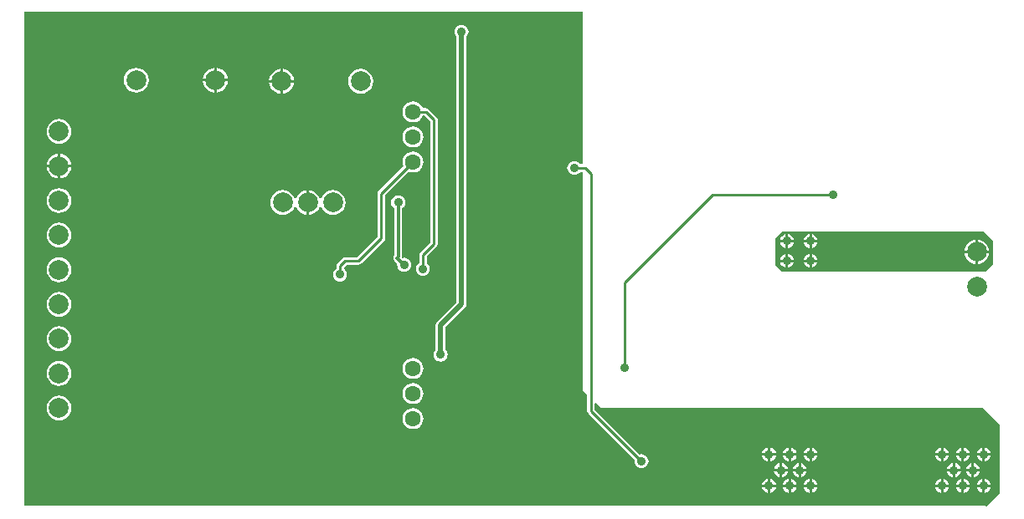
<source format=gbl>
G04 Layer_Physical_Order=2*
G04 Layer_Color=16711680*
%FSLAX25Y25*%
%MOIN*%
G70*
G01*
G75*
%ADD26C,0.01000*%
%ADD27C,0.01181*%
%ADD29C,0.01968*%
%ADD30C,0.06299*%
%ADD31C,0.07874*%
%ADD32C,0.03543*%
G36*
X320866Y234600D02*
X319643D01*
X319300Y235048D01*
X318721Y235492D01*
X318046Y235771D01*
X317323Y235866D01*
X316599Y235771D01*
X315925Y235492D01*
X315346Y235048D01*
X314902Y234469D01*
X314622Y233794D01*
X314527Y233071D01*
X314622Y232347D01*
X314902Y231673D01*
X315346Y231094D01*
X315925Y230650D01*
X316599Y230371D01*
X317323Y230275D01*
X318046Y230371D01*
X318721Y230650D01*
X319300Y231094D01*
X319643Y231541D01*
X320866D01*
Y144488D01*
X322486Y142868D01*
Y136221D01*
X322603Y135635D01*
X322934Y135139D01*
X341372Y116701D01*
X341299Y116142D01*
X341394Y115418D01*
X341673Y114744D01*
X342118Y114165D01*
X342697Y113721D01*
X343371Y113441D01*
X344094Y113346D01*
X344818Y113441D01*
X345492Y113721D01*
X346071Y114165D01*
X346515Y114744D01*
X346795Y115418D01*
X346890Y116142D01*
X346795Y116865D01*
X346515Y117540D01*
X346071Y118119D01*
X345492Y118563D01*
X344818Y118842D01*
X344094Y118937D01*
X343535Y118864D01*
X325545Y136854D01*
Y139156D01*
X326007Y139347D01*
X327953Y137401D01*
X398031Y137402D01*
X479921Y137401D01*
X486614Y130709D01*
Y103150D01*
X481496Y98032D01*
X481102Y98425D01*
X396850D01*
X98425Y98425D01*
Y295276D01*
X320866D01*
Y234600D01*
D02*
G37*
G36*
X484055Y203937D02*
X484055Y194882D01*
X480905Y191732D01*
X400197Y191732D01*
X397441Y194488D01*
X397441Y205118D01*
X400197Y207874D01*
X480118D01*
X484055Y203937D01*
D02*
G37*
%LPC*%
G36*
X476484Y115328D02*
Y113098D01*
X478714D01*
X478685Y113322D01*
X478405Y113996D01*
X477961Y114575D01*
X477382Y115020D01*
X476708Y115299D01*
X476484Y115328D01*
D02*
G37*
G36*
X475484D02*
X475261Y115299D01*
X474586Y115020D01*
X474008Y114575D01*
X473563Y113996D01*
X473284Y113322D01*
X473254Y113098D01*
X475484D01*
Y115328D01*
D02*
G37*
G36*
X394382Y118398D02*
X392152D01*
X392182Y118174D01*
X392461Y117500D01*
X392905Y116921D01*
X393484Y116477D01*
X394158Y116197D01*
X394382Y116168D01*
Y118398D01*
D02*
G37*
G36*
X397612D02*
X395382D01*
Y116168D01*
X395605Y116197D01*
X396280Y116477D01*
X396859Y116921D01*
X397303Y117500D01*
X397582Y118174D01*
X397612Y118398D01*
D02*
G37*
G36*
X402650D02*
X400420D01*
X400449Y118174D01*
X400729Y117500D01*
X401173Y116921D01*
X401752Y116477D01*
X402426Y116197D01*
X402650Y116168D01*
Y118398D01*
D02*
G37*
G36*
X469004Y115328D02*
Y113098D01*
X471234D01*
X471204Y113322D01*
X470925Y113996D01*
X470481Y114575D01*
X469902Y115020D01*
X469228Y115299D01*
X469004Y115328D01*
D02*
G37*
G36*
X399106D02*
X398883Y115299D01*
X398208Y115020D01*
X397629Y114575D01*
X397185Y113996D01*
X396906Y113322D01*
X396877Y113098D01*
X399106D01*
Y115328D01*
D02*
G37*
G36*
X478714Y112098D02*
X476484D01*
Y109869D01*
X476708Y109898D01*
X477382Y110177D01*
X477961Y110622D01*
X478405Y111201D01*
X478685Y111875D01*
X478714Y112098D01*
D02*
G37*
G36*
X475484D02*
X473254D01*
X473284Y111875D01*
X473563Y111201D01*
X474008Y110622D01*
X474586Y110177D01*
X475261Y109898D01*
X475484Y109869D01*
Y112098D01*
D02*
G37*
G36*
X400106Y115328D02*
Y113098D01*
X402336D01*
X402307Y113322D01*
X402027Y113996D01*
X401583Y114575D01*
X401004Y115020D01*
X400330Y115299D01*
X400106Y115328D01*
D02*
G37*
G36*
X468004D02*
X467780Y115299D01*
X467106Y115020D01*
X466527Y114575D01*
X466083Y113996D01*
X465804Y113322D01*
X465774Y113098D01*
X468004D01*
Y115328D01*
D02*
G37*
G36*
X407587D02*
Y113098D01*
X409816D01*
X409787Y113322D01*
X409508Y113996D01*
X409063Y114575D01*
X408484Y115020D01*
X407810Y115299D01*
X407587Y115328D01*
D02*
G37*
G36*
X406587D02*
X406363Y115299D01*
X405689Y115020D01*
X405110Y114575D01*
X404666Y113996D01*
X404386Y113322D01*
X404357Y113098D01*
X406587D01*
Y115328D01*
D02*
G37*
G36*
X405879Y118398D02*
X403650D01*
Y116168D01*
X403873Y116197D01*
X404547Y116477D01*
X405126Y116921D01*
X405571Y117500D01*
X405850Y118174D01*
X405879Y118398D01*
D02*
G37*
G36*
X395382Y121627D02*
Y119398D01*
X397612D01*
X397582Y119621D01*
X397303Y120295D01*
X396859Y120874D01*
X396280Y121319D01*
X395605Y121598D01*
X395382Y121627D01*
D02*
G37*
G36*
X394382D02*
X394158Y121598D01*
X393484Y121319D01*
X392905Y120874D01*
X392461Y120295D01*
X392182Y119621D01*
X392152Y119398D01*
X394382D01*
Y121627D01*
D02*
G37*
G36*
X483045Y118398D02*
X480815D01*
Y116168D01*
X481039Y116197D01*
X481713Y116477D01*
X482292Y116921D01*
X482736Y117500D01*
X483015Y118174D01*
X483045Y118398D01*
D02*
G37*
G36*
X402650Y121627D02*
X402426Y121598D01*
X401752Y121319D01*
X401173Y120874D01*
X400729Y120295D01*
X400449Y119621D01*
X400420Y119398D01*
X402650D01*
Y121627D01*
D02*
G37*
G36*
X411917D02*
Y119398D01*
X414147D01*
X414118Y119621D01*
X413838Y120295D01*
X413394Y120874D01*
X412815Y121319D01*
X412141Y121598D01*
X411917Y121627D01*
D02*
G37*
G36*
X410917D02*
X410694Y121598D01*
X410019Y121319D01*
X409441Y120874D01*
X408996Y120295D01*
X408717Y119621D01*
X408688Y119398D01*
X410917D01*
Y121627D01*
D02*
G37*
G36*
X403650D02*
Y119398D01*
X405879D01*
X405850Y119621D01*
X405571Y120295D01*
X405126Y120874D01*
X404547Y121319D01*
X403873Y121598D01*
X403650Y121627D01*
D02*
G37*
G36*
X463279Y118398D02*
X461050D01*
X461079Y118174D01*
X461358Y117500D01*
X461803Y116921D01*
X462382Y116477D01*
X463056Y116197D01*
X463279Y116168D01*
Y118398D01*
D02*
G37*
G36*
X414147D02*
X411917D01*
Y116168D01*
X412141Y116197D01*
X412815Y116477D01*
X413394Y116921D01*
X413838Y117500D01*
X414118Y118174D01*
X414147Y118398D01*
D02*
G37*
G36*
X410917D02*
X408688D01*
X408717Y118174D01*
X408996Y117500D01*
X409441Y116921D01*
X410019Y116477D01*
X410694Y116197D01*
X410917Y116168D01*
Y118398D01*
D02*
G37*
G36*
X466509D02*
X464280D01*
Y116168D01*
X464503Y116197D01*
X465177Y116477D01*
X465756Y116921D01*
X466201Y117500D01*
X466480Y118174D01*
X466509Y118398D01*
D02*
G37*
G36*
X479815D02*
X477585D01*
X477615Y118174D01*
X477894Y117500D01*
X478338Y116921D01*
X478917Y116477D01*
X479591Y116197D01*
X479815Y116168D01*
Y118398D01*
D02*
G37*
G36*
X474777D02*
X472547D01*
Y116168D01*
X472771Y116197D01*
X473445Y116477D01*
X474024Y116921D01*
X474468Y117500D01*
X474748Y118174D01*
X474777Y118398D01*
D02*
G37*
G36*
X471547D02*
X469317D01*
X469347Y118174D01*
X469626Y117500D01*
X470071Y116921D01*
X470649Y116477D01*
X471324Y116197D01*
X471547Y116168D01*
Y118398D01*
D02*
G37*
G36*
X471234Y112098D02*
X469004D01*
Y109869D01*
X469228Y109898D01*
X469902Y110177D01*
X470481Y110622D01*
X470925Y111201D01*
X471204Y111875D01*
X471234Y112098D01*
D02*
G37*
G36*
X474777Y105799D02*
X472547D01*
Y103569D01*
X472771Y103599D01*
X473445Y103878D01*
X474024Y104322D01*
X474468Y104901D01*
X474748Y105576D01*
X474777Y105799D01*
D02*
G37*
G36*
X471547D02*
X469317D01*
X469347Y105576D01*
X469626Y104901D01*
X470071Y104322D01*
X470649Y103878D01*
X471324Y103599D01*
X471547Y103569D01*
Y105799D01*
D02*
G37*
G36*
X466509D02*
X464280D01*
Y103569D01*
X464503Y103599D01*
X465177Y103878D01*
X465756Y104322D01*
X466201Y104901D01*
X466480Y105576D01*
X466509Y105799D01*
D02*
G37*
G36*
X479815D02*
X477585D01*
X477615Y105576D01*
X477894Y104901D01*
X478338Y104322D01*
X478917Y103878D01*
X479591Y103599D01*
X479815Y103569D01*
Y105799D01*
D02*
G37*
G36*
X395382Y109029D02*
Y106799D01*
X397612D01*
X397582Y107023D01*
X397303Y107697D01*
X396859Y108276D01*
X396280Y108720D01*
X395605Y109000D01*
X395382Y109029D01*
D02*
G37*
G36*
X394382D02*
X394158Y109000D01*
X393484Y108720D01*
X392905Y108276D01*
X392461Y107697D01*
X392182Y107023D01*
X392152Y106799D01*
X394382D01*
Y109029D01*
D02*
G37*
G36*
X483045Y105799D02*
X480815D01*
Y103569D01*
X481039Y103599D01*
X481713Y103878D01*
X482292Y104322D01*
X482736Y104901D01*
X483015Y105576D01*
X483045Y105799D01*
D02*
G37*
G36*
X402650D02*
X400420D01*
X400449Y105576D01*
X400729Y104901D01*
X401173Y104322D01*
X401752Y103878D01*
X402426Y103599D01*
X402650Y103569D01*
Y105799D01*
D02*
G37*
G36*
X397612D02*
X395382D01*
Y103569D01*
X395605Y103599D01*
X396280Y103878D01*
X396859Y104322D01*
X397303Y104901D01*
X397582Y105576D01*
X397612Y105799D01*
D02*
G37*
G36*
X394382D02*
X392152D01*
X392182Y105576D01*
X392461Y104901D01*
X392905Y104322D01*
X393484Y103878D01*
X394158Y103599D01*
X394382Y103569D01*
Y105799D01*
D02*
G37*
G36*
X405879D02*
X403650D01*
Y103569D01*
X403873Y103599D01*
X404547Y103878D01*
X405126Y104322D01*
X405571Y104901D01*
X405850Y105576D01*
X405879Y105799D01*
D02*
G37*
G36*
X463279D02*
X461050D01*
X461079Y105576D01*
X461358Y104901D01*
X461803Y104322D01*
X462382Y103878D01*
X463056Y103599D01*
X463279Y103569D01*
Y105799D01*
D02*
G37*
G36*
X414147D02*
X411917D01*
Y103569D01*
X412141Y103599D01*
X412815Y103878D01*
X413394Y104322D01*
X413838Y104901D01*
X414118Y105576D01*
X414147Y105799D01*
D02*
G37*
G36*
X410917D02*
X408688D01*
X408717Y105576D01*
X408996Y104901D01*
X409441Y104322D01*
X410019Y103878D01*
X410694Y103599D01*
X410917Y103569D01*
Y105799D01*
D02*
G37*
G36*
X402650Y109029D02*
X402426Y109000D01*
X401752Y108720D01*
X401173Y108276D01*
X400729Y107697D01*
X400449Y107023D01*
X400420Y106799D01*
X402650D01*
Y109029D01*
D02*
G37*
G36*
X399106Y112098D02*
X396877D01*
X396906Y111875D01*
X397185Y111201D01*
X397629Y110622D01*
X398208Y110177D01*
X398883Y109898D01*
X399106Y109869D01*
Y112098D01*
D02*
G37*
G36*
X480815Y109029D02*
Y106799D01*
X483045D01*
X483015Y107023D01*
X482736Y107697D01*
X482292Y108276D01*
X481713Y108720D01*
X481039Y109000D01*
X480815Y109029D01*
D02*
G37*
G36*
X479815D02*
X479591Y109000D01*
X478917Y108720D01*
X478338Y108276D01*
X477894Y107697D01*
X477615Y107023D01*
X477585Y106799D01*
X479815D01*
Y109029D01*
D02*
G37*
G36*
X402336Y112098D02*
X400106D01*
Y109869D01*
X400330Y109898D01*
X401004Y110177D01*
X401583Y110622D01*
X402027Y111201D01*
X402307Y111875D01*
X402336Y112098D01*
D02*
G37*
G36*
X468004D02*
X465774D01*
X465804Y111875D01*
X466083Y111201D01*
X466527Y110622D01*
X467106Y110177D01*
X467780Y109898D01*
X468004Y109869D01*
Y112098D01*
D02*
G37*
G36*
X409816D02*
X407587D01*
Y109869D01*
X407810Y109898D01*
X408484Y110177D01*
X409063Y110622D01*
X409508Y111201D01*
X409787Y111875D01*
X409816Y112098D01*
D02*
G37*
G36*
X406587D02*
X404357D01*
X404386Y111875D01*
X404666Y111201D01*
X405110Y110622D01*
X405689Y110177D01*
X406363Y109898D01*
X406587Y109869D01*
Y112098D01*
D02*
G37*
G36*
X411917Y109029D02*
Y106799D01*
X414147D01*
X414118Y107023D01*
X413838Y107697D01*
X413394Y108276D01*
X412815Y108720D01*
X412141Y109000D01*
X411917Y109029D01*
D02*
G37*
G36*
X410917D02*
X410694Y109000D01*
X410019Y108720D01*
X409441Y108276D01*
X408996Y107697D01*
X408717Y107023D01*
X408688Y106799D01*
X410917D01*
Y109029D01*
D02*
G37*
G36*
X403650D02*
Y106799D01*
X405879D01*
X405850Y107023D01*
X405571Y107697D01*
X405126Y108276D01*
X404547Y108720D01*
X403873Y109000D01*
X403650Y109029D01*
D02*
G37*
G36*
X463279D02*
X463056Y109000D01*
X462382Y108720D01*
X461803Y108276D01*
X461358Y107697D01*
X461079Y107023D01*
X461050Y106799D01*
X463279D01*
Y109029D01*
D02*
G37*
G36*
X472547D02*
Y106799D01*
X474777D01*
X474748Y107023D01*
X474468Y107697D01*
X474024Y108276D01*
X473445Y108720D01*
X472771Y109000D01*
X472547Y109029D01*
D02*
G37*
G36*
X471547D02*
X471324Y109000D01*
X470649Y108720D01*
X470071Y108276D01*
X469626Y107697D01*
X469347Y107023D01*
X469317Y106799D01*
X471547D01*
Y109029D01*
D02*
G37*
G36*
X464280D02*
Y106799D01*
X466509D01*
X466480Y107023D01*
X466201Y107697D01*
X465756Y108276D01*
X465177Y108720D01*
X464503Y109000D01*
X464280Y109029D01*
D02*
G37*
G36*
X201260Y224271D02*
X199971Y224101D01*
X198770Y223604D01*
X197739Y222813D01*
X196947Y221781D01*
X196450Y220580D01*
X196280Y219291D01*
X196450Y218003D01*
X196947Y216802D01*
X197739Y215770D01*
X198770Y214979D01*
X199971Y214481D01*
X201260Y214312D01*
X202549Y214481D01*
X203750Y214979D01*
X204781Y215770D01*
X205572Y216802D01*
X205989Y217808D01*
X206530D01*
X206947Y216802D01*
X207739Y215770D01*
X208770Y214979D01*
X209971Y214481D01*
X210760Y214378D01*
Y219291D01*
Y224205D01*
X209971Y224101D01*
X208770Y223604D01*
X207739Y222813D01*
X206947Y221781D01*
X206530Y220775D01*
X205989D01*
X205572Y221781D01*
X204781Y222813D01*
X203750Y223604D01*
X202549Y224101D01*
X201260Y224271D01*
D02*
G37*
G36*
X112205Y225058D02*
X110916Y224889D01*
X109715Y224391D01*
X108684Y223600D01*
X107892Y222568D01*
X107395Y221368D01*
X107225Y220079D01*
X107395Y218790D01*
X107892Y217589D01*
X108684Y216558D01*
X109715Y215766D01*
X110916Y215269D01*
X112205Y215099D01*
X113494Y215269D01*
X114694Y215766D01*
X115726Y216558D01*
X116517Y217589D01*
X117015Y218790D01*
X117184Y220079D01*
X117015Y221368D01*
X116517Y222568D01*
X115726Y223600D01*
X114694Y224391D01*
X113494Y224889D01*
X112205Y225058D01*
D02*
G37*
G36*
X111705Y233358D02*
X107291D01*
X107395Y232570D01*
X107892Y231368D01*
X108684Y230337D01*
X109715Y229546D01*
X110916Y229048D01*
X111705Y228944D01*
Y233358D01*
D02*
G37*
G36*
X117119D02*
X112705D01*
Y228944D01*
X113494Y229048D01*
X114694Y229546D01*
X115726Y230337D01*
X116517Y231368D01*
X117015Y232570D01*
X117119Y233358D01*
D02*
G37*
G36*
X221260Y224271D02*
X219971Y224101D01*
X218770Y223604D01*
X217739Y222813D01*
X216947Y221781D01*
X216530Y220775D01*
X215989D01*
X215572Y221781D01*
X214781Y222813D01*
X213750Y223604D01*
X212549Y224101D01*
X211760Y224205D01*
Y219291D01*
Y214378D01*
X212549Y214481D01*
X213750Y214979D01*
X214781Y215770D01*
X215572Y216802D01*
X215989Y217808D01*
X216530D01*
X216947Y216802D01*
X217739Y215770D01*
X218770Y214979D01*
X219971Y214481D01*
X221260Y214312D01*
X222549Y214481D01*
X223750Y214979D01*
X224781Y215770D01*
X225572Y216802D01*
X226070Y218003D01*
X226239Y219291D01*
X226070Y220580D01*
X225572Y221781D01*
X224781Y222813D01*
X223750Y223604D01*
X222549Y224101D01*
X221260Y224271D01*
D02*
G37*
G36*
X112205Y211279D02*
X110916Y211109D01*
X109715Y210612D01*
X108684Y209820D01*
X107892Y208789D01*
X107395Y207588D01*
X107225Y206299D01*
X107395Y205010D01*
X107892Y203809D01*
X108684Y202778D01*
X109715Y201987D01*
X110916Y201489D01*
X112205Y201320D01*
X113494Y201489D01*
X114694Y201987D01*
X115726Y202778D01*
X116517Y203809D01*
X117015Y205010D01*
X117184Y206299D01*
X117015Y207588D01*
X116517Y208789D01*
X115726Y209820D01*
X114694Y210612D01*
X113494Y211109D01*
X112205Y211279D01*
D02*
G37*
G36*
X253151Y239697D02*
X252067Y239555D01*
X251058Y239137D01*
X250191Y238471D01*
X249526Y237604D01*
X249108Y236595D01*
X248965Y235512D01*
X249108Y234429D01*
X249341Y233865D01*
X239470Y223994D01*
X239138Y223498D01*
X239022Y222912D01*
Y205752D01*
X230863Y197592D01*
X225984D01*
X225399Y197476D01*
X224903Y197144D01*
X223003Y195245D01*
X222672Y194749D01*
X222555Y194163D01*
Y192940D01*
X222108Y192597D01*
X221664Y192018D01*
X221384Y191344D01*
X221289Y190620D01*
X221384Y189897D01*
X221664Y189222D01*
X222108Y188643D01*
X222687Y188199D01*
X223361Y187920D01*
X224085Y187824D01*
X224808Y187920D01*
X225482Y188199D01*
X226061Y188643D01*
X226506Y189222D01*
X226785Y189897D01*
X226880Y190620D01*
X226785Y191344D01*
X226506Y192018D01*
X226061Y192597D01*
X225614Y192940D01*
Y193530D01*
X226618Y194534D01*
X231496D01*
X232081Y194650D01*
X232577Y194982D01*
X241633Y204037D01*
X241964Y204533D01*
X242081Y205118D01*
Y222279D01*
X251504Y231702D01*
X252067Y231469D01*
X253151Y231326D01*
X254234Y231469D01*
X255243Y231887D01*
X256110Y232552D01*
X256775Y233419D01*
X257193Y234429D01*
X257336Y235512D01*
X257193Y236595D01*
X256775Y237604D01*
X256110Y238471D01*
X255243Y239137D01*
X254234Y239555D01*
X253151Y239697D01*
D02*
G37*
G36*
X179323Y267610D02*
X174909D01*
Y263196D01*
X175698Y263300D01*
X176899Y263798D01*
X177931Y264589D01*
X178722Y265620D01*
X179219Y266821D01*
X179323Y267610D01*
D02*
G37*
G36*
X173909D02*
X169496D01*
X169599Y266821D01*
X170097Y265620D01*
X170888Y264589D01*
X171920Y263798D01*
X173121Y263300D01*
X173909Y263196D01*
Y267610D01*
D02*
G37*
G36*
X142913Y273090D02*
X141625Y272920D01*
X140424Y272423D01*
X139392Y271631D01*
X138601Y270600D01*
X138103Y269399D01*
X137934Y268110D01*
X138103Y266821D01*
X138601Y265620D01*
X139392Y264589D01*
X140424Y263798D01*
X141625Y263300D01*
X142913Y263131D01*
X144202Y263300D01*
X145403Y263798D01*
X146434Y264589D01*
X147226Y265620D01*
X147723Y266821D01*
X147893Y268110D01*
X147723Y269399D01*
X147226Y270600D01*
X146434Y271631D01*
X145403Y272423D01*
X144202Y272920D01*
X142913Y273090D01*
D02*
G37*
G36*
X200287Y272630D02*
X199499Y272527D01*
X198298Y272029D01*
X197266Y271238D01*
X196475Y270206D01*
X195977Y269005D01*
X195874Y268216D01*
X200287D01*
Y272630D01*
D02*
G37*
G36*
X174909Y273024D02*
Y268610D01*
X179323D01*
X179219Y269399D01*
X178722Y270600D01*
X177931Y271631D01*
X176899Y272423D01*
X175698Y272920D01*
X174909Y273024D01*
D02*
G37*
G36*
X173909D02*
X173121Y272920D01*
X171920Y272423D01*
X170888Y271631D01*
X170097Y270600D01*
X169599Y269399D01*
X169496Y268610D01*
X173909D01*
Y273024D01*
D02*
G37*
G36*
X201287Y272630D02*
Y268216D01*
X205701D01*
X205597Y269005D01*
X205100Y270206D01*
X204309Y271238D01*
X203277Y272029D01*
X202076Y272527D01*
X201287Y272630D01*
D02*
G37*
G36*
X253151Y249697D02*
X252067Y249555D01*
X251058Y249136D01*
X250191Y248471D01*
X249526Y247604D01*
X249108Y246595D01*
X248965Y245512D01*
X249108Y244428D01*
X249526Y243419D01*
X250191Y242552D01*
X251058Y241887D01*
X252067Y241469D01*
X253151Y241326D01*
X254234Y241469D01*
X255243Y241887D01*
X256110Y242552D01*
X256775Y243419D01*
X257193Y244428D01*
X257336Y245512D01*
X257193Y246595D01*
X256775Y247604D01*
X256110Y248471D01*
X255243Y249136D01*
X254234Y249555D01*
X253151Y249697D01*
D02*
G37*
G36*
X112705Y238772D02*
Y234358D01*
X117119D01*
X117015Y235147D01*
X116517Y236348D01*
X115726Y237379D01*
X114694Y238171D01*
X113494Y238668D01*
X112705Y238772D01*
D02*
G37*
G36*
X111705D02*
X110916Y238668D01*
X109715Y238171D01*
X108684Y237379D01*
X107892Y236348D01*
X107395Y235147D01*
X107291Y234358D01*
X111705D01*
Y238772D01*
D02*
G37*
G36*
X112205Y252617D02*
X110916Y252448D01*
X109715Y251950D01*
X108684Y251159D01*
X107892Y250128D01*
X107395Y248927D01*
X107225Y247638D01*
X107395Y246349D01*
X107892Y245148D01*
X108684Y244117D01*
X109715Y243325D01*
X110916Y242828D01*
X112205Y242658D01*
X113494Y242828D01*
X114694Y243325D01*
X115726Y244117D01*
X116517Y245148D01*
X117015Y246349D01*
X117184Y247638D01*
X117015Y248927D01*
X116517Y250128D01*
X115726Y251159D01*
X114694Y251950D01*
X113494Y252448D01*
X112205Y252617D01*
D02*
G37*
G36*
X205701Y267216D02*
X201287D01*
Y262803D01*
X202076Y262907D01*
X203277Y263404D01*
X204309Y264195D01*
X205100Y265227D01*
X205597Y266428D01*
X205701Y267216D01*
D02*
G37*
G36*
X200287D02*
X195874D01*
X195977Y266428D01*
X196475Y265227D01*
X197266Y264195D01*
X198298Y263404D01*
X199499Y262907D01*
X200287Y262803D01*
Y267216D01*
D02*
G37*
G36*
X232283Y272696D02*
X230995Y272527D01*
X229794Y272029D01*
X228762Y271238D01*
X227971Y270206D01*
X227473Y269005D01*
X227304Y267717D01*
X227473Y266428D01*
X227971Y265227D01*
X228762Y264195D01*
X229794Y263404D01*
X230995Y262907D01*
X232283Y262737D01*
X233572Y262907D01*
X234773Y263404D01*
X235805Y264195D01*
X236596Y265227D01*
X237093Y266428D01*
X237263Y267717D01*
X237093Y269005D01*
X236596Y270206D01*
X235805Y271238D01*
X234773Y272029D01*
X233572Y272527D01*
X232283Y272696D01*
D02*
G37*
G36*
X112205Y156117D02*
X110916Y155948D01*
X109715Y155450D01*
X108684Y154659D01*
X107892Y153628D01*
X107395Y152427D01*
X107225Y151138D01*
X107395Y149849D01*
X107892Y148648D01*
X108684Y147617D01*
X109715Y146825D01*
X110916Y146328D01*
X112205Y146158D01*
X113494Y146328D01*
X114694Y146825D01*
X115726Y147617D01*
X116517Y148648D01*
X117015Y149849D01*
X117184Y151138D01*
X117015Y152427D01*
X116517Y153628D01*
X115726Y154659D01*
X114694Y155450D01*
X113494Y155948D01*
X112205Y156117D01*
D02*
G37*
G36*
X253150Y147335D02*
X252066Y147192D01*
X251057Y146774D01*
X250190Y146109D01*
X249525Y145242D01*
X249107Y144233D01*
X248964Y143150D01*
X249107Y142066D01*
X249525Y141057D01*
X250190Y140190D01*
X251057Y139525D01*
X252066Y139107D01*
X253150Y138964D01*
X254233Y139107D01*
X255242Y139525D01*
X256109Y140190D01*
X256774Y141057D01*
X257192Y142066D01*
X257335Y143150D01*
X257192Y144233D01*
X256774Y145242D01*
X256109Y146109D01*
X255242Y146774D01*
X254233Y147192D01*
X253150Y147335D01*
D02*
G37*
G36*
X112205Y142381D02*
X110916Y142211D01*
X109715Y141714D01*
X108684Y140923D01*
X107892Y139891D01*
X107395Y138690D01*
X107225Y137402D01*
X107395Y136113D01*
X107892Y134912D01*
X108684Y133880D01*
X109715Y133089D01*
X110916Y132592D01*
X112205Y132422D01*
X113494Y132592D01*
X114694Y133089D01*
X115726Y133880D01*
X116517Y134912D01*
X117015Y136113D01*
X117184Y137402D01*
X117015Y138690D01*
X116517Y139891D01*
X115726Y140923D01*
X114694Y141714D01*
X113494Y142211D01*
X112205Y142381D01*
D02*
G37*
G36*
X253150Y157335D02*
X252066Y157192D01*
X251057Y156774D01*
X250190Y156109D01*
X249525Y155242D01*
X249107Y154233D01*
X248964Y153150D01*
X249107Y152066D01*
X249525Y151057D01*
X250190Y150190D01*
X251057Y149525D01*
X252066Y149107D01*
X253150Y148964D01*
X254233Y149107D01*
X255242Y149525D01*
X256109Y150190D01*
X256774Y151057D01*
X257192Y152066D01*
X257335Y153150D01*
X257192Y154233D01*
X256774Y155242D01*
X256109Y156109D01*
X255242Y156774D01*
X254233Y157192D01*
X253150Y157335D01*
D02*
G37*
G36*
X112205Y183720D02*
X110916Y183550D01*
X109715Y183053D01*
X108684Y182261D01*
X107892Y181230D01*
X107395Y180029D01*
X107225Y178740D01*
X107395Y177451D01*
X107892Y176250D01*
X108684Y175219D01*
X109715Y174428D01*
X110916Y173930D01*
X112205Y173760D01*
X113494Y173930D01*
X114694Y174428D01*
X115726Y175219D01*
X116517Y176250D01*
X117015Y177451D01*
X117184Y178740D01*
X117015Y180029D01*
X116517Y181230D01*
X115726Y182261D01*
X114694Y183053D01*
X113494Y183550D01*
X112205Y183720D01*
D02*
G37*
G36*
Y169940D02*
X110916Y169771D01*
X109715Y169273D01*
X108684Y168482D01*
X107892Y167450D01*
X107395Y166249D01*
X107225Y164961D01*
X107395Y163672D01*
X107892Y162471D01*
X108684Y161440D01*
X109715Y160648D01*
X110916Y160151D01*
X112205Y159981D01*
X113494Y160151D01*
X114694Y160648D01*
X115726Y161440D01*
X116517Y162471D01*
X117015Y163672D01*
X117184Y164961D01*
X117015Y166249D01*
X116517Y167450D01*
X115726Y168482D01*
X114694Y169273D01*
X113494Y169771D01*
X112205Y169940D01*
D02*
G37*
G36*
X272441Y290197D02*
X271717Y290102D01*
X271043Y289823D01*
X270464Y289378D01*
X270020Y288799D01*
X269741Y288125D01*
X269645Y287402D01*
X269741Y286678D01*
X270020Y286004D01*
X270418Y285485D01*
Y179578D01*
X262743Y171903D01*
X262304Y171247D01*
X262150Y170473D01*
Y160578D01*
X261752Y160059D01*
X261473Y159385D01*
X261378Y158661D01*
X261473Y157938D01*
X261752Y157264D01*
X262196Y156685D01*
X262775Y156240D01*
X263450Y155961D01*
X264173Y155866D01*
X264897Y155961D01*
X265571Y156240D01*
X266150Y156685D01*
X266594Y157264D01*
X266874Y157938D01*
X266969Y158661D01*
X266874Y159385D01*
X266594Y160059D01*
X266196Y160578D01*
Y169634D01*
X273871Y177310D01*
X274310Y177966D01*
X274464Y178740D01*
Y285485D01*
X274862Y286004D01*
X275141Y286678D01*
X275237Y287402D01*
X275141Y288125D01*
X274862Y288799D01*
X274418Y289378D01*
X273839Y289823D01*
X273165Y290102D01*
X272441Y290197D01*
D02*
G37*
G36*
X471547Y121627D02*
X471324Y121598D01*
X470649Y121319D01*
X470071Y120874D01*
X469626Y120295D01*
X469347Y119621D01*
X469317Y119398D01*
X471547D01*
Y121627D01*
D02*
G37*
G36*
X464280D02*
Y119398D01*
X466509D01*
X466480Y119621D01*
X466201Y120295D01*
X465756Y120874D01*
X465177Y121319D01*
X464503Y121598D01*
X464280Y121627D01*
D02*
G37*
G36*
X463279D02*
X463056Y121598D01*
X462382Y121319D01*
X461803Y120874D01*
X461358Y120295D01*
X461079Y119621D01*
X461050Y119398D01*
X463279D01*
Y121627D01*
D02*
G37*
G36*
X472547D02*
Y119398D01*
X474777D01*
X474748Y119621D01*
X474468Y120295D01*
X474024Y120874D01*
X473445Y121319D01*
X472771Y121598D01*
X472547Y121627D01*
D02*
G37*
G36*
X253150Y137335D02*
X252066Y137192D01*
X251057Y136774D01*
X250190Y136109D01*
X249525Y135242D01*
X249107Y134233D01*
X248964Y133150D01*
X249107Y132066D01*
X249525Y131057D01*
X250190Y130190D01*
X251057Y129525D01*
X252066Y129107D01*
X253150Y128964D01*
X254233Y129107D01*
X255242Y129525D01*
X256109Y130190D01*
X256774Y131057D01*
X257192Y132066D01*
X257335Y133150D01*
X257192Y134233D01*
X256774Y135242D01*
X256109Y136109D01*
X255242Y136774D01*
X254233Y137192D01*
X253150Y137335D01*
D02*
G37*
G36*
X480815Y121627D02*
Y119398D01*
X483045D01*
X483015Y119621D01*
X482736Y120295D01*
X482292Y120874D01*
X481713Y121319D01*
X481039Y121598D01*
X480815Y121627D01*
D02*
G37*
G36*
X479815D02*
X479591Y121598D01*
X478917Y121319D01*
X478338Y120874D01*
X477894Y120295D01*
X477615Y119621D01*
X477585Y119398D01*
X479815D01*
Y121627D01*
D02*
G37*
G36*
X112205Y197499D02*
X110916Y197330D01*
X109715Y196832D01*
X108684Y196041D01*
X107892Y195010D01*
X107395Y193808D01*
X107225Y192520D01*
X107395Y191231D01*
X107892Y190030D01*
X108684Y188999D01*
X109715Y188207D01*
X110916Y187710D01*
X112205Y187540D01*
X113494Y187710D01*
X114694Y188207D01*
X115726Y188999D01*
X116517Y190030D01*
X117015Y191231D01*
X117184Y192520D01*
X117015Y193808D01*
X116517Y195010D01*
X115726Y196041D01*
X114694Y196832D01*
X113494Y197330D01*
X112205Y197499D01*
D02*
G37*
G36*
X247244Y222087D02*
X246520Y221992D01*
X245846Y221712D01*
X245267Y221268D01*
X244823Y220689D01*
X244544Y220015D01*
X244448Y219291D01*
X244544Y218568D01*
X244823Y217894D01*
X245267Y217315D01*
X245622Y217042D01*
Y198269D01*
X245352Y197865D01*
X245229Y197244D01*
X245352Y196624D01*
X245704Y196097D01*
X246869Y194932D01*
X246811Y194488D01*
X246906Y193765D01*
X247185Y193090D01*
X247629Y192511D01*
X248208Y192067D01*
X248883Y191788D01*
X249606Y191693D01*
X250330Y191788D01*
X251004Y192067D01*
X251583Y192511D01*
X252027Y193090D01*
X252307Y193765D01*
X252402Y194488D01*
X252307Y195212D01*
X252027Y195886D01*
X251583Y196465D01*
X251004Y196909D01*
X250330Y197188D01*
X249606Y197284D01*
X249194Y197229D01*
X248854Y197581D01*
X248866Y197638D01*
Y217042D01*
X249221Y217315D01*
X249665Y217894D01*
X249944Y218568D01*
X250040Y219291D01*
X249944Y220015D01*
X249665Y220689D01*
X249221Y221268D01*
X248642Y221712D01*
X247968Y221992D01*
X247244Y222087D01*
D02*
G37*
G36*
X253151Y259697D02*
X252067Y259555D01*
X251058Y259137D01*
X250191Y258471D01*
X249526Y257605D01*
X249108Y256595D01*
X248965Y255512D01*
X249108Y254429D01*
X249526Y253419D01*
X250191Y252552D01*
X251058Y251887D01*
X252067Y251469D01*
X253151Y251326D01*
X254234Y251469D01*
X255243Y251887D01*
X256110Y252552D01*
X256775Y253419D01*
X257009Y253982D01*
X257634D01*
X259888Y251729D01*
Y203389D01*
X256005Y199507D01*
X255674Y199011D01*
X255557Y198425D01*
Y195233D01*
X255110Y194890D01*
X254666Y194311D01*
X254386Y193637D01*
X254291Y192913D01*
X254386Y192190D01*
X254666Y191516D01*
X255110Y190937D01*
X255689Y190492D01*
X256363Y190213D01*
X257087Y190118D01*
X257810Y190213D01*
X258484Y190492D01*
X259063Y190937D01*
X259508Y191516D01*
X259787Y192190D01*
X259882Y192913D01*
X259787Y193637D01*
X259508Y194311D01*
X259063Y194890D01*
X258616Y195233D01*
Y197792D01*
X262499Y201675D01*
X262830Y202171D01*
X262947Y202756D01*
Y252362D01*
X262830Y252947D01*
X262499Y253444D01*
X259349Y256593D01*
X258853Y256925D01*
X258268Y257041D01*
X257009D01*
X256775Y257605D01*
X256110Y258471D01*
X255243Y259137D01*
X254234Y259555D01*
X253151Y259697D01*
D02*
G37*
G36*
X411917Y206667D02*
Y204437D01*
X414147D01*
X414118Y204661D01*
X413838Y205335D01*
X413394Y205914D01*
X412815Y206358D01*
X412141Y206637D01*
X411917Y206667D01*
D02*
G37*
G36*
X410917D02*
X410694Y206637D01*
X410019Y206358D01*
X409441Y205914D01*
X408996Y205335D01*
X408717Y204661D01*
X408688Y204437D01*
X410917D01*
Y206667D01*
D02*
G37*
G36*
Y203437D02*
X408688D01*
X408717Y203214D01*
X408996Y202539D01*
X409441Y201960D01*
X410019Y201516D01*
X410694Y201237D01*
X410917Y201207D01*
Y203437D01*
D02*
G37*
G36*
X404698D02*
X402468D01*
Y201207D01*
X402692Y201237D01*
X403366Y201516D01*
X403945Y201960D01*
X404389Y202539D01*
X404669Y203214D01*
X404698Y203437D01*
D02*
G37*
G36*
X401469D02*
X399239D01*
X399268Y203214D01*
X399548Y202539D01*
X399992Y201960D01*
X400571Y201516D01*
X401245Y201237D01*
X401469Y201207D01*
Y203437D01*
D02*
G37*
G36*
X414147D02*
X411917D01*
Y201207D01*
X412141Y201237D01*
X412815Y201516D01*
X413394Y201960D01*
X413838Y202539D01*
X414118Y203214D01*
X414147Y203437D01*
D02*
G37*
G36*
X402468Y206667D02*
Y204437D01*
X404698D01*
X404669Y204661D01*
X404389Y205335D01*
X403945Y205914D01*
X403366Y206358D01*
X402692Y206637D01*
X402468Y206667D01*
D02*
G37*
G36*
X401469D02*
X401245Y206637D01*
X400571Y206358D01*
X399992Y205914D01*
X399548Y205335D01*
X399268Y204661D01*
X399239Y204437D01*
X401469D01*
Y206667D01*
D02*
G37*
G36*
X402468Y198793D02*
Y196563D01*
X404698D01*
X404669Y196786D01*
X404389Y197461D01*
X403945Y198040D01*
X403366Y198484D01*
X402692Y198763D01*
X402468Y198793D01*
D02*
G37*
G36*
X401469D02*
X401245Y198763D01*
X400571Y198484D01*
X399992Y198040D01*
X399548Y197461D01*
X399268Y196786D01*
X399239Y196563D01*
X401469D01*
Y198793D01*
D02*
G37*
G36*
X477059Y199106D02*
X472645D01*
X472749Y198318D01*
X473247Y197116D01*
X474038Y196085D01*
X475069Y195294D01*
X476270Y194796D01*
X477059Y194693D01*
Y199106D01*
D02*
G37*
G36*
X410917Y198793D02*
X410694Y198763D01*
X410019Y198484D01*
X409441Y198040D01*
X408996Y197461D01*
X408717Y196786D01*
X408688Y196563D01*
X410917D01*
Y198793D01*
D02*
G37*
G36*
X478059Y204520D02*
Y200106D01*
X482473D01*
X482369Y200895D01*
X481872Y202096D01*
X481080Y203127D01*
X480049Y203919D01*
X478848Y204416D01*
X478059Y204520D01*
D02*
G37*
G36*
X477059Y204520D02*
X476270Y204416D01*
X475069Y203919D01*
X474038Y203127D01*
X473247Y202096D01*
X472749Y200895D01*
X472645Y200106D01*
X477059D01*
Y204520D01*
D02*
G37*
G36*
X411917Y198793D02*
Y196563D01*
X414147D01*
X414118Y196786D01*
X413838Y197461D01*
X413394Y198040D01*
X412815Y198484D01*
X412141Y198763D01*
X411917Y198793D01*
D02*
G37*
G36*
X401469Y195563D02*
X399239D01*
X399268Y195339D01*
X399548Y194665D01*
X399992Y194086D01*
X400571Y193642D01*
X401245Y193363D01*
X401469Y193333D01*
Y195563D01*
D02*
G37*
G36*
X404698D02*
X402468D01*
Y193333D01*
X402692Y193363D01*
X403366Y193642D01*
X403945Y194086D01*
X404389Y194665D01*
X404669Y195339D01*
X404698Y195563D01*
D02*
G37*
G36*
X482473Y199106D02*
X478059D01*
Y194693D01*
X478848Y194796D01*
X480049Y195294D01*
X481080Y196085D01*
X481872Y197116D01*
X482369Y198318D01*
X482473Y199106D01*
D02*
G37*
G36*
X414147Y195563D02*
X411917D01*
Y193333D01*
X412141Y193363D01*
X412815Y193642D01*
X413394Y194086D01*
X413838Y194665D01*
X414118Y195339D01*
X414147Y195563D01*
D02*
G37*
G36*
X410917D02*
X408688D01*
X408717Y195339D01*
X408996Y194665D01*
X409441Y194086D01*
X410019Y193642D01*
X410694Y193363D01*
X410917Y193333D01*
Y195563D01*
D02*
G37*
%LPD*%
D26*
X261417Y202756D02*
Y252362D01*
X257087Y198425D02*
X261417Y202756D01*
X258268Y255512D02*
X261417Y252362D01*
X372441Y222441D02*
X420472D01*
X337402Y187402D02*
X372441Y222441D01*
X337402Y153543D02*
Y187402D01*
X317323Y233071D02*
X321654D01*
X240551Y222912D02*
X253151Y235512D01*
X240551Y205118D02*
Y222912D01*
X231496Y196063D02*
X240551Y205118D01*
X257087Y192913D02*
Y198425D01*
X324016Y136221D02*
Y230709D01*
X321654Y233071D02*
X324016Y230709D01*
Y136221D02*
X344094Y116142D01*
X253151Y255512D02*
X258268D01*
X225984Y196063D02*
X231496D01*
X224085Y194163D02*
X225984Y196063D01*
X224085Y190620D02*
Y194163D01*
D27*
X247244Y197638D02*
Y219291D01*
X246850Y197244D02*
X247244Y197638D01*
X246850Y197244D02*
X249606Y194488D01*
D29*
X264173Y158661D02*
Y170473D01*
Y158268D02*
Y158661D01*
Y170473D02*
X272441Y178740D01*
Y287402D01*
D30*
X253150Y133150D02*
D03*
Y143150D02*
D03*
Y153150D02*
D03*
X253151Y255512D02*
D03*
Y245512D02*
D03*
Y235512D02*
D03*
D31*
X112205Y151138D02*
D03*
Y137402D02*
D03*
Y164961D02*
D03*
Y192520D02*
D03*
Y178740D02*
D03*
Y206299D02*
D03*
Y220079D02*
D03*
Y233858D02*
D03*
Y247638D02*
D03*
X232283Y267717D02*
D03*
X200787D02*
D03*
X142913Y268110D02*
D03*
X174409D02*
D03*
X477559Y185827D02*
D03*
Y199606D02*
D03*
X221260Y219291D02*
D03*
X201260D02*
D03*
X211260D02*
D03*
D32*
X247244D02*
D03*
X463779Y118898D02*
D03*
X472047D02*
D03*
X480315D02*
D03*
X468504Y112598D02*
D03*
X475984D02*
D03*
X463779Y106299D02*
D03*
X472047D02*
D03*
X480315D02*
D03*
X411417D02*
D03*
X403150D02*
D03*
X394882D02*
D03*
X407087Y112598D02*
D03*
X399606D02*
D03*
X411417Y118898D02*
D03*
X403150D02*
D03*
X394882D02*
D03*
X411417Y196063D02*
D03*
X401968D02*
D03*
X411417Y203937D02*
D03*
X401968D02*
D03*
X420472Y222441D02*
D03*
X337402Y153543D02*
D03*
X317323Y233071D02*
D03*
X249606Y194488D02*
D03*
X264173Y158661D02*
D03*
X272441Y287402D02*
D03*
X344094Y116142D02*
D03*
X257087Y192913D02*
D03*
X224085Y190620D02*
D03*
M02*

</source>
